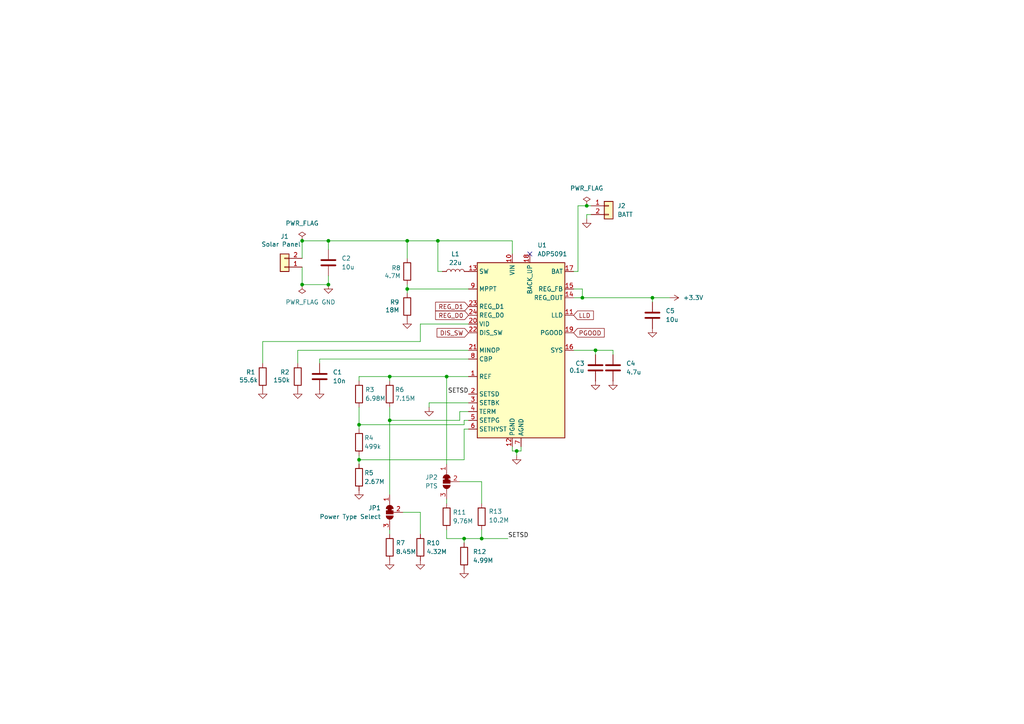
<source format=kicad_sch>
(kicad_sch (version 20231120) (generator "eeschema") (generator_version "8.0")
  (paper "A4")
  (lib_symbols
    (symbol "Battery_Management:ADP5091"
      (property "Reference" "U" (at -10.16 26.67 0))
      (property "Value" "ADP5091" (at 7.62 26.67 0))
      (symbol "ADP5091_0_1"
        (rectangle (start 12.7 25.4) (end -12.7 -25.4) (stroke (width 0.254)) (fill (type background)))
      )
      (symbol "ADP5091_1_1"
        (pin passive line (at -15.24 -7.62 0) (length 2.54) (name "REF") (number "1"))
        (pin power_in line (at -2.54 27.94 270) (length 2.54) (name "VIN") (number "10"))
        (pin output line (at 15.24 10.16 180) (length 2.54) (name "LLD") (number "11"))
        (pin power_in line (at -2.54 -27.94 90) (length 2.54) (name "PGND") (number "12"))
        (pin power_in line (at -15.24 22.86 0) (length 2.54) (name "SW") (number "13"))
        (pin power_out line (at 15.24 15.24 180) (length 2.54) (name "REG_OUT") (number "14"))
        (pin power_out line (at 15.24 17.78 180) (length 2.54) (name "REG_FB") (number "15"))
        (pin power_out line (at 15.24 0 180) (length 2.54) (name "SYS") (number "16"))
        (pin power_out line (at 15.24 22.86 180) (length 2.54) (name "BAT") (number "17"))
        (pin power_in line (at 2.54 27.94 270) (length 2.54) (name "BACK_UP") (number "18"))
        (pin output line (at 15.24 5.08 180) (length 2.54) (name "PGOOD") (number "19"))
        (pin passive line (at -15.24 -12.7 0) (length 2.54) (name "SETSD") (number "2"))
        (pin input line (at -15.24 7.62 0) (length 2.54) (name "VID") (number "20"))
        (pin passive line (at -15.24 0 0) (length 2.54) (name "MINOP") (number "21"))
        (pin input line (at -15.24 5.08 0) (length 2.54) (name "DIS_SW") (number "22"))
        (pin input line (at -15.24 12.7 0) (length 2.54) (name "REG_D1") (number "23"))
        (pin input line (at -15.24 10.16 0) (length 2.54) (name "REG_D0") (number "24"))
        (pin passive line (at 0 -27.94 90) (length 2.54) hide (name "AGND") (number "25"))
        (pin passive line (at -15.24 -15.24 0) (length 2.54) (name "SETBK") (number "3"))
        (pin passive line (at -15.24 -17.78 0) (length 2.54) (name "TERM") (number "4"))
        (pin passive line (at -15.24 -20.32 0) (length 2.54) (name "SETPG") (number "5"))
        (pin passive line (at -15.24 -22.86 0) (length 2.54) (name "SETHYST") (number "6"))
        (pin power_in line (at 0 -27.94 90) (length 2.54) (name "AGND") (number "7"))
        (pin passive line (at -15.24 -2.54 0) (length 2.54) (name "CBP") (number "8"))
        (pin input line (at -15.24 17.78 0) (length 2.54) (name "MPPT") (number "9"))
      )
    )
    (symbol "Connector_Generic:Conn_01x02" (pin_names (offset 1.016) hide)
      (property "Reference" "J" (at 0 2.54 0))
      (property "Value" "Conn_01x02" (at 0 -5.08 0))
      (symbol "Conn_01x02_1_1"
        (rectangle (start -1.27 -2.413) (end 0 -2.667) (stroke (width 0.1524)))
        (rectangle (start -1.27 0.127) (end 0 -0.127) (stroke (width 0.1524)))
        (rectangle (start -1.27 1.27) (end 1.27 -3.81) (stroke (width 0.254)) (fill (type background)))
        (pin passive line (at -5.08 0 0) (length 3.81) (name "Pin_1") (number "1"))
        (pin passive line (at -5.08 -2.54 0) (length 3.81) (name "Pin_2") (number "2"))
      )
    )
    (symbol "Device:C" (pin_numbers hide) (pin_names (offset 0.254))
      (property "Reference" "C" (at 0.635 2.54 0))
      (property "Value" "C" (at 0.635 -2.54 0))
      (symbol "C_0_1"
        (polyline (pts (xy -2.032 -0.762) (xy 2.032 -0.762)) (stroke (width 0.508)))
        (polyline (pts (xy -2.032 0.762) (xy 2.032 0.762)) (stroke (width 0.508)))
      )
      (symbol "C_1_1"
        (pin passive line (at 0 3.81 270) (length 2.794) (name "~") (number "1"))
        (pin passive line (at 0 -3.81 90) (length 2.794) (name "~") (number "2"))
      )
    )
    (symbol "Device:L" (pin_numbers hide) (pin_names (offset 1.016) hide)
      (property "Reference" "L" (at -1.27 0 90))
      (property "Value" "L" (at 1.905 0 90))
      (symbol "L_0_1"
        (arc (start 0 -2.54) (mid 0.6323 -1.905) (end 0 -1.27))
        (arc (start 0 -1.27) (mid 0.6323 -0.635) (end 0 0))
        (arc (start 0 0) (mid 0.6323 0.635) (end 0 1.27))
        (arc (start 0 1.27) (mid 0.6323 1.905) (end 0 2.54))
      )
      (symbol "L_1_1"
        (pin passive line (at 0 3.81 270) (length 1.27) (name "1") (number "1"))
        (pin passive line (at 0 -3.81 90) (length 1.27) (name "2") (number "2"))
      )
    )
    (symbol "Device:R" (pin_numbers hide) (pin_names (offset 0))
      (property "Reference" "R" (at 2.032 0 90))
      (property "Value" "R" (at 0 0 90))
      (symbol "R_0_1"
        (rectangle (start -1.016 -2.54) (end 1.016 2.54) (stroke (width 0.254)))
      )
      (symbol "R_1_1"
        (pin passive line (at 0 3.81 270) (length 1.27) (name "~") (number "1"))
        (pin passive line (at 0 -3.81 90) (length 1.27) (name "~") (number "2"))
      )
    )
    (symbol "Jumper:SolderJumper_3_Bridged12" (pin_names (offset 0) hide) (exclude_from_sim yes) (in_bom no)
      (property "Reference" "JP" (at -2.54 -2.54 0))
      (property "Value" "SolderJumper_3_Bridged12" (at 0 2.794 0))
      (symbol "SolderJumper_3_Bridged12_0_1"
        (rectangle (start -1.016 0.508) (end -0.508 -0.508) (fill (type outline)))
        (arc (start -1.016 1.016) (mid -2.0276 0) (end -1.016 -1.016))
        (arc (start -1.016 1.016) (mid -2.0276 0) (end -1.016 -1.016) (fill (type outline)))
        (rectangle (start -0.508 1.016) (end 0.508 -1.016) (fill (type outline)))
        (polyline (pts (xy -2.54 0) (xy -2.032 0)))
        (polyline (pts (xy -1.016 1.016) (xy -1.016 -1.016)))
        (polyline (pts (xy 0 -1.27) (xy 0 -1.016)))
        (polyline (pts (xy 1.016 1.016) (xy 1.016 -1.016)))
        (polyline (pts (xy 2.54 0) (xy 2.032 0)))
        (arc (start 1.016 -1.016) (mid 2.0276 0) (end 1.016 1.016))
        (arc (start 1.016 -1.016) (mid 2.0276 0) (end 1.016 1.016) (fill (type outline)))
      )
      (symbol "SolderJumper_3_Bridged12_1_1"
        (pin passive line (at -5.08 0 0) (length 2.54) (name "A") (number "1"))
        (pin passive line (at 0 -3.81 90) (length 2.54) (name "C") (number "2"))
        (pin passive line (at 5.08 0 180) (length 2.54) (name "B") (number "3"))
      )
    )
    (symbol "power:+3.3V" (power) (pin_numbers hide) (pin_names (offset 0) hide)
      (property "Value" "+3.3V" (at 0 3.556 0))
      (symbol "+3.3V_0_1"
        (polyline (pts (xy -0.762 1.27) (xy 0 2.54)))
        (polyline (pts (xy 0 0) (xy 0 2.54)))
        (polyline (pts (xy 0 2.54) (xy 0.762 1.27)))
      )
      (symbol "+3.3V_1_1"
        (pin power_in line (at 0 0 90) (length 0) (name "~") (number "1"))
      )
    )
    (symbol "power:GND" (power) (pin_numbers hide) (pin_names (offset 0) hide)
      (property "Value" "GND" (at 0 -3.81 0))
      (symbol "GND_0_1"
        (polyline (pts (xy 0 0) (xy 0 -1.27) (xy 1.27 -1.27) (xy 0 -2.54) (xy -1.27 -1.27) (xy 0 -1.27)))
      )
      (symbol "GND_1_1"
        (pin power_in line (at 0 0 270) (length 0) (name "~") (number "1"))
      )
    )
    (symbol "power:PWR_FLAG" (power) (pin_numbers hide) (pin_names (offset 0) hide)
      (property "Value" "PWR_FLAG" (at 0 3.81 0))
      (symbol "PWR_FLAG_0_0"
        (pin power_out line (at 0 0 90) (length 0) (name "~") (number "1"))
      )
      (symbol "PWR_FLAG_0_1"
        (polyline (pts (xy 0 0) (xy 0 1.27) (xy -1.016 1.905) (xy 0 2.54) (xy 1.016 1.905) (xy 0 1.27)))
      )
    )
  )
  (junction (at 134.62 156.21))
  (junction (at 172.72 101.6))
  (junction (at 113.03 121.92))
  (junction (at 168.91 86.36))
  (junction (at 118.11 69.85))
  (junction (at 104.14 123.19))
  (junction (at 118.11 83.82))
  (junction (at 129.54 109.22))
  (junction (at 104.14 133.35))
  (junction (at 95.25 69.85))
  (junction (at 87.63 82.55))
  (junction (at 87.63 69.85))
  (junction (at 170.18 59.69))
  (junction (at 149.86 130.81))
  (junction (at 139.7 156.21))
  (junction (at 95.25 82.55))
  (junction (at 189.23 86.36))
  (junction (at 127 69.85))
  (junction (at 113.03 109.22))
  (no_connect (at 153.67 73.66))
  (wire (pts (xy 121.92 93.98) (xy 121.92 99.06)))
  (wire (pts (xy 118.11 69.85) (xy 118.11 74.93)))
  (wire (pts (xy 133.35 139.7) (xy 139.7 139.7)))
  (wire (pts (xy 148.59 73.66) (xy 148.59 69.85)))
  (wire (pts (xy 177.8 101.6) (xy 177.8 102.87)))
  (wire (pts (xy 121.92 148.59) (xy 121.92 154.94)))
  (wire (pts (xy 127 69.85) (xy 148.59 69.85)))
  (wire (pts (xy 134.62 124.46) (xy 135.89 124.46)))
  (wire (pts (xy 139.7 156.21) (xy 139.7 153.67)))
  (wire (pts (xy 129.54 109.22) (xy 135.89 109.22)))
  (wire (pts (xy 134.62 156.21) (xy 139.7 156.21)))
  (wire (pts (xy 167.64 78.74) (xy 166.37 78.74)))
  (wire (pts (xy 113.03 109.22) (xy 113.03 110.49)))
  (wire (pts (xy 104.14 118.11) (xy 104.14 123.19)))
  (wire (pts (xy 92.71 104.14) (xy 92.71 105.41)))
  (wire (pts (xy 135.89 93.98) (xy 121.92 93.98)))
  (wire (pts (xy 76.2 99.06) (xy 76.2 105.41)))
  (wire (pts (xy 129.54 109.22) (xy 129.54 134.62)))
  (wire (pts (xy 172.72 101.6) (xy 172.72 102.87)))
  (wire (pts (xy 149.86 130.81) (xy 149.86 132.08)))
  (wire (pts (xy 118.11 69.85) (xy 127 69.85)))
  (wire (pts (xy 139.7 139.7) (xy 139.7 146.05)))
  (wire (pts (xy 76.2 99.06) (xy 121.92 99.06)))
  (wire (pts (xy 87.63 77.47) (xy 87.63 82.55)))
  (wire (pts (xy 168.91 83.82) (xy 168.91 86.36)))
  (wire (pts (xy 148.59 129.54) (xy 148.59 130.81)))
  (wire (pts (xy 124.46 116.84) (xy 135.89 116.84)))
  (wire (pts (xy 95.25 69.85) (xy 95.25 72.39)))
  (wire (pts (xy 134.62 123.19) (xy 104.14 123.19)))
  (wire (pts (xy 149.86 130.81) (xy 151.13 130.81)))
  (wire (pts (xy 86.36 101.6) (xy 135.89 101.6)))
  (wire (pts (xy 116.84 148.59) (xy 121.92 148.59)))
  (wire (pts (xy 128.27 78.74) (xy 127 78.74)))
  (wire (pts (xy 134.62 156.21) (xy 134.62 157.48)))
  (wire (pts (xy 189.23 86.36) (xy 194.31 86.36)))
  (wire (pts (xy 118.11 83.82) (xy 135.89 83.82)))
  (wire (pts (xy 133.35 119.38) (xy 133.35 121.92)))
  (wire (pts (xy 135.89 121.92) (xy 134.62 121.92)))
  (wire (pts (xy 118.11 83.82) (xy 118.11 85.09)))
  (wire (pts (xy 151.13 129.54) (xy 151.13 130.81)))
  (wire (pts (xy 104.14 133.35) (xy 104.14 132.08)))
  (wire (pts (xy 113.03 153.67) (xy 113.03 154.94)))
  (wire (pts (xy 167.64 59.69) (xy 170.18 59.69)))
  (wire (pts (xy 134.62 121.92) (xy 134.62 123.19)))
  (wire (pts (xy 113.03 109.22) (xy 129.54 109.22)))
  (wire (pts (xy 104.14 109.22) (xy 104.14 110.49)))
  (wire (pts (xy 104.14 123.19) (xy 104.14 124.46)))
  (wire (pts (xy 129.54 156.21) (xy 129.54 153.67)))
  (wire (pts (xy 166.37 83.82) (xy 168.91 83.82)))
  (wire (pts (xy 166.37 101.6) (xy 172.72 101.6)))
  (wire (pts (xy 167.64 59.69) (xy 167.64 78.74)))
  (wire (pts (xy 139.7 156.21) (xy 147.32 156.21)))
  (wire (pts (xy 170.18 62.23) (xy 170.18 63.5)))
  (wire (pts (xy 95.25 69.85) (xy 118.11 69.85)))
  (wire (pts (xy 113.03 118.11) (xy 113.03 121.92)))
  (wire (pts (xy 124.46 118.11) (xy 124.46 116.84)))
  (wire (pts (xy 129.54 156.21) (xy 134.62 156.21)))
  (wire (pts (xy 170.18 59.69) (xy 171.45 59.69)))
  (wire (pts (xy 92.71 104.14) (xy 135.89 104.14)))
  (wire (pts (xy 104.14 133.35) (xy 134.62 133.35)))
  (wire (pts (xy 86.36 105.41) (xy 86.36 101.6)))
  (wire (pts (xy 87.63 69.85) (xy 95.25 69.85)))
  (wire (pts (xy 166.37 86.36) (xy 168.91 86.36)))
  (wire (pts (xy 133.35 121.92) (xy 113.03 121.92)))
  (wire (pts (xy 113.03 121.92) (xy 113.03 143.51)))
  (wire (pts (xy 148.59 130.81) (xy 149.86 130.81)))
  (wire (pts (xy 135.89 119.38) (xy 133.35 119.38)))
  (wire (pts (xy 95.25 80.01) (xy 95.25 82.55)))
  (wire (pts (xy 118.11 83.82) (xy 118.11 82.55)))
  (wire (pts (xy 168.91 86.36) (xy 189.23 86.36)))
  (wire (pts (xy 87.63 74.93) (xy 87.63 69.85)))
  (wire (pts (xy 189.23 86.36) (xy 189.23 87.63)))
  (wire (pts (xy 171.45 62.23) (xy 170.18 62.23)))
  (wire (pts (xy 134.62 133.35) (xy 134.62 124.46)))
  (wire (pts (xy 87.63 82.55) (xy 95.25 82.55)))
  (wire (pts (xy 113.03 109.22) (xy 104.14 109.22)))
  (wire (pts (xy 104.14 133.35) (xy 104.14 134.62)))
  (wire (pts (xy 129.54 144.78) (xy 129.54 146.05)))
  (wire (pts (xy 172.72 101.6) (xy 177.8 101.6)))
  (wire (pts (xy 127 78.74) (xy 127 69.85)))
  (label "SETSD" (at 147.32 156.21 0))
  (label "SETSD" (at 135.89 114.3 180))
  (global_label "LLD" (shape input) (at 166.37 91.44 0) (property "Intersheetrefs" "${INTERSHEET_REFS}" (effects (hide yes))))
  (global_label "REG_D0" (shape input) (at 135.89 91.44 180) (property "Intersheetrefs" "${INTERSHEET_REFS}" (effects (hide yes))))
  (global_label "DIS_SW" (shape input) (at 135.89 96.52 180) (property "Intersheetrefs" "${INTERSHEET_REFS}" (effects (hide yes))))
  (global_label "PGOOD" (shape input) (at 166.37 96.52 0) (property "Intersheetrefs" "${INTERSHEET_REFS}" (effects (hide yes))))
  (global_label "REG_D1" (shape input) (at 135.89 88.9 180) (property "Intersheetrefs" "${INTERSHEET_REFS}" (effects (hide yes))))
  (symbol (lib_id "power:GND") (at 92.71 113.03 0) (unit 1)
    (property "Reference" "#PWR03" (effects (hide yes)))
    (property "Value" "GND" (effects (hide yes)))
    (property "Description" "Power symbol creates a global label with name \"GND\" , ground" (effects (hide yes)))
  )
  (symbol (lib_id "power:GND") (at 170.18 63.5 0) (unit 1)
    (property "Reference" "#PWR012" (effects (hide yes)))
    (property "Value" "GND" (effects (hide yes)))
    (property "Description" "Power symbol creates a global label with name \"GND\" , ground" (effects (hide yes)))
  )
  (symbol (lib_id "power:GND") (at 189.23 95.25 0) (unit 1)
    (property "Reference" "#PWR015" (effects (hide yes)))
    (property "Value" "GND" (effects (hide yes)))
    (property "Description" "Power symbol creates a global label with name \"GND\" , ground" (effects (hide yes)))
  )
  (symbol (lib_id "Device:C") (at 172.72 106.68 0) (unit 1)
    (property "Reference" "C3" (at 166.878 105.41 0) (effects (justify left)))
    (property "Value" "0.1u" (at 165.1 107.442 0) (effects (justify left)))
    (property "Footprint" "Capacitor_SMD:C_0603_1608Metric" (effects (hide yes)))
    (property "Description" "Unpolarized capacitor" (effects (hide yes)))
  )
  (symbol (lib_id "power:GND") (at 104.14 142.24 0) (unit 1)
    (property "Reference" "#PWR05" (effects (hide yes)))
    (property "Value" "GND" (effects (hide yes)))
    (property "Description" "Power symbol creates a global label with name \"GND\" , ground" (effects (hide yes)))
  )
  (symbol (lib_id "Jumper:SolderJumper_3_Bridged12") (at 129.54 139.7 90) (mirror x) (unit 1) (exclude_from_sim yes) (in_bom no)
    (property "Reference" "JP2" (at 127 138.4299 90) (effects (justify left)))
    (property "Value" "PTS" (at 127 140.9699 90) (effects (justify left)))
    (property "Footprint" "Jumper:SolderJumper-3_P1.3mm_Bridged12_Pad1.0x1.5mm" (effects (hide yes)))
    (property "Description" "3-pole Solder Jumper, pins 1+2 closed/bridged" (effects (hide yes)))
  )
  (symbol (lib_id "Jumper:SolderJumper_3_Bridged12") (at 113.03 148.59 90) (mirror x) (unit 1) (exclude_from_sim yes) (in_bom no)
    (property "Reference" "JP1" (at 110.49 147.3199 90) (effects (justify left)))
    (property "Value" "Power Type Select" (at 110.49 149.8599 90) (effects (justify left)))
    (property "Footprint" "Jumper:SolderJumper-3_P1.3mm_Bridged12_Pad1.0x1.5mm" (effects (hide yes)))
    (property "Description" "3-pole Solder Jumper, pins 1+2 closed/bridged" (effects (hide yes)))
  )
  (symbol (lib_id "power:GND") (at 172.72 110.49 0) (unit 1)
    (property "Reference" "#PWR013" (effects (hide yes)))
    (property "Value" "GND" (effects (hide yes)))
    (property "Description" "Power symbol creates a global label with name \"GND\" , ground" (effects (hide yes)))
  )
  (symbol (lib_id "Device:R") (at 86.36 109.22 180) (unit 1)
    (property "Reference" "R2" (at 81.28 107.95 0) (effects (justify right)))
    (property "Value" "150k" (at 79.248 110.236 0) (effects (justify right)))
    (property "Footprint" "Resistor_SMD:R_0603_1608Metric" (effects (hide yes)))
    (property "Description" "Resistor" (effects (hide yes)))
  )
  (symbol (lib_id "power:GND") (at 134.62 165.1 0) (unit 1)
    (property "Reference" "#PWR010" (effects (hide yes)))
    (property "Value" "GND" (effects (hide yes)))
    (property "Description" "Power symbol creates a global label with name \"GND\" , ground" (effects (hide yes)))
  )
  (symbol (lib_id "power:PWR_FLAG") (at 87.63 82.55 180) (unit 1)
    (property "Reference" "#FLG02" (effects (hide yes)))
    (property "Value" "PWR_FLAG" (at 87.63 87.63 0))
    (property "Description" "Special symbol for telling ERC where power comes from" (effects (hide yes)))
  )
  (symbol (lib_id "Battery_Management:ADP5091") (at 151.13 101.6 0) (unit 1)
    (property "Reference" "U1" (at 155.8641 71.12 0) (effects (justify left)))
    (property "Value" "ADP5091" (at 155.8641 73.66 0) (effects (justify left)))
    (property "Footprint" "Package_CSP:LFCSP-24-1EP_4x4mm_P0.5mm_EP2.3x2.3mm" (effects (hide yes)))
    (property "Datasheet" "https://www.analog.com/media/en/technical-documentation/data-sheets/ADP5091-5092.pdf" (effects (hide yes)))
    (property "Description" "Ultralow Power Energy Harvester PMUs with MPPT and Charge Management, LFCSP-24" (effects (hide yes)))
  )
  (symbol (lib_id "Device:R") (at 118.11 88.9 180) (unit 1)
    (property "Reference" "R9" (at 115.824 87.63 0) (effects (justify left)))
    (property "Value" "18M" (at 115.824 89.916 0) (effects (justify left)))
    (property "Footprint" "Resistor_SMD:R_0603_1608Metric" (effects (hide yes)))
    (property "Description" "Resistor" (effects (hide yes)))
  )
  (symbol (lib_id "power:GND") (at 177.8 110.49 0) (unit 1)
    (property "Reference" "#PWR014" (effects (hide yes)))
    (property "Value" "GND" (effects (hide yes)))
    (property "Description" "Power symbol creates a global label with name \"GND\" , ground" (effects (hide yes)))
  )
  (symbol (lib_id "power:GND") (at 118.11 92.71 0) (unit 1)
    (property "Reference" "#PWR07" (effects (hide yes)))
    (property "Value" "GND" (effects (hide yes)))
    (property "Description" "Power symbol creates a global label with name \"GND\" , ground" (effects (hide yes)))
  )
  (symbol (lib_id "power:GND") (at 86.36 113.03 0) (unit 1)
    (property "Reference" "#PWR02" (effects (hide yes)))
    (property "Value" "GND" (effects (hide yes)))
    (property "Description" "Power symbol creates a global label with name \"GND\" , ground" (effects (hide yes)))
  )
  (symbol (lib_id "Connector_Generic:Conn_01x02") (at 82.55 77.47 180) (unit 1)
    (property "Reference" "J1" (at 82.55 68.58 0))
    (property "Value" "Solar Panel" (at 81.534 70.866 0))
    (property "Footprint" "Connector_PinHeader_2.54mm:PinHeader_1x02_P2.54mm_Vertical" (effects (hide yes)))
    (property "Description" "Generic connector, single row, 01x02, script generated (kicad-library-utils/schlib/autogen/connector/)" (effects (hide yes)))
  )
  (symbol (lib_id "Device:R") (at 139.7 149.86 0) (unit 1)
    (property "Reference" "R13" (at 141.732 148.336 0) (effects (justify left)))
    (property "Value" "10.2M" (at 141.732 150.876 0) (effects (justify left)))
    (property "Footprint" "Resistor_SMD:R_0603_1608Metric" (effects (hide yes)))
    (property "Description" "Resistor" (effects (hide yes)))
  )
  (symbol (lib_id "Device:C") (at 95.25 76.2 0) (unit 1)
    (property "Reference" "C2" (at 99.06 74.9299 0) (effects (justify left)))
    (property "Value" "10u" (at 99.06 77.4699 0) (effects (justify left)))
    (property "Footprint" "Capacitor_SMD:C_0603_1608Metric" (effects (hide yes)))
    (property "Description" "Unpolarized capacitor" (effects (hide yes)))
  )
  (symbol (lib_id "Device:C") (at 177.8 106.68 0) (unit 1)
    (property "Reference" "C4" (at 181.61 105.4099 0) (effects (justify left)))
    (property "Value" "4.7u" (at 181.61 107.9499 0) (effects (justify left)))
    (property "Footprint" "Capacitor_SMD:C_0603_1608Metric" (effects (hide yes)))
    (property "Description" "Unpolarized capacitor" (effects (hide yes)))
  )
  (symbol (lib_id "Device:L") (at 132.08 78.74 90) (unit 1)
    (property "Reference" "L1" (at 132.08 73.66 90))
    (property "Value" "22u" (at 132.08 76.2 90))
    (property "Footprint" "Inductor_SMD:L_0603_1608Metric" (effects (hide yes)))
    (property "Description" "Inductor" (effects (hide yes)))
  )
  (symbol (lib_id "power:GND") (at 95.25 82.55 0) (unit 1)
    (property "Reference" "#PWR04" (effects (hide yes)))
    (property "Value" "GND" (at 95.25 87.63 0))
    (property "Description" "Power symbol creates a global label with name \"GND\" , ground" (effects (hide yes)))
  )
  (symbol (lib_id "Device:R") (at 118.11 78.74 0) (unit 1)
    (property "Reference" "R8" (at 113.538 77.724 0) (effects (justify left)))
    (property "Value" "4.7M" (at 111.506 80.01 0) (effects (justify left)))
    (property "Footprint" "Resistor_SMD:R_0603_1608Metric" (effects (hide yes)))
    (property "Description" "Resistor" (effects (hide yes)))
  )
  (symbol (lib_id "power:GND") (at 124.46 118.11 0) (unit 1)
    (property "Reference" "#PWR09" (effects (hide yes)))
    (property "Value" "GND" (effects (hide yes)))
    (property "Description" "Power symbol creates a global label with name \"GND\" , ground" (effects (hide yes)))
  )
  (symbol (lib_id "Device:R") (at 104.14 114.3 0) (unit 1)
    (property "Reference" "R3" (at 105.918 113.03 0) (effects (justify left)))
    (property "Value" "6.98M" (at 105.918 115.57 0) (effects (justify left)))
    (property "Footprint" "Resistor_SMD:R_0603_1608Metric" (effects (hide yes)))
    (property "Description" "Resistor" (effects (hide yes)))
  )
  (symbol (lib_id "power:GND") (at 76.2 113.03 0) (unit 1)
    (property "Reference" "#PWR01" (effects (hide yes)))
    (property "Value" "GND" (effects (hide yes)))
    (property "Description" "Power symbol creates a global label with name \"GND\" , ground" (effects (hide yes)))
  )
  (symbol (lib_id "Device:R") (at 134.62 161.29 0) (unit 1)
    (property "Reference" "R12" (at 137.16 160.0199 0) (effects (justify left)))
    (property "Value" "4.99M" (at 137.16 162.5599 0) (effects (justify left)))
    (property "Footprint" "Resistor_SMD:R_0603_1608Metric" (effects (hide yes)))
    (property "Description" "Resistor" (effects (hide yes)))
  )
  (symbol (lib_id "power:GND") (at 113.03 162.56 0) (unit 1)
    (property "Reference" "#PWR06" (effects (hide yes)))
    (property "Value" "GND" (effects (hide yes)))
    (property "Description" "Power symbol creates a global label with name \"GND\" , ground" (effects (hide yes)))
  )
  (symbol (lib_id "Connector_Generic:Conn_01x02") (at 176.53 59.69 0) (unit 1)
    (property "Reference" "J2" (at 179.07 59.6899 0) (effects (justify left)))
    (property "Value" "BATT" (at 179.07 62.2299 0) (effects (justify left)))
    (property "Footprint" "Connector_PinHeader_2.54mm:PinHeader_1x02_P2.54mm_Vertical" (effects (hide yes)))
    (property "Description" "Generic connector, single row, 01x02, script generated (kicad-library-utils/schlib/autogen/connector/)" (effects (hide yes)))
  )
  (symbol (lib_id "power:GND") (at 121.92 162.56 0) (unit 1)
    (property "Reference" "#PWR08" (effects (hide yes)))
    (property "Value" "GND" (effects (hide yes)))
    (property "Description" "Power symbol creates a global label with name \"GND\" , ground" (effects (hide yes)))
  )
  (symbol (lib_id "Device:R") (at 104.14 138.43 0) (unit 1)
    (property "Reference" "R5" (at 105.664 137.16 0) (effects (justify left)))
    (property "Value" "2.67M" (at 105.664 139.7 0) (effects (justify left)))
    (property "Footprint" "Resistor_SMD:R_0603_1608Metric" (effects (hide yes)))
    (property "Description" "Resistor" (effects (hide yes)))
  )
  (symbol (lib_id "power:PWR_FLAG") (at 87.63 69.85 0) (unit 1)
    (property "Reference" "#FLG01" (effects (hide yes)))
    (property "Value" "PWR_FLAG" (at 87.63 64.77 0))
    (property "Description" "Special symbol for telling ERC where power comes from" (effects (hide yes)))
  )
  (symbol (lib_id "power:PWR_FLAG") (at 170.18 59.69 0) (unit 1)
    (property "Reference" "#FLG03" (effects (hide yes)))
    (property "Value" "PWR_FLAG" (at 170.18 54.61 0))
    (property "Description" "Special symbol for telling ERC where power comes from" (effects (hide yes)))
  )
  (symbol (lib_id "Device:R") (at 113.03 114.3 0) (unit 1)
    (property "Reference" "R6" (at 114.554 113.03 0) (effects (justify left)))
    (property "Value" "7.15M" (at 114.554 115.57 0) (effects (justify left)))
    (property "Footprint" "Resistor_SMD:R_0603_1608Metric" (effects (hide yes)))
    (property "Description" "Resistor" (effects (hide yes)))
  )
  (symbol (lib_id "Device:C") (at 189.23 91.44 0) (unit 1)
    (property "Reference" "C5" (at 193.04 90.1699 0) (effects (justify left)))
    (property "Value" "10u" (at 193.04 92.7099 0) (effects (justify left)))
    (property "Footprint" "Capacitor_SMD:C_0603_1608Metric" (effects (hide yes)))
    (property "Description" "Unpolarized capacitor" (effects (hide yes)))
  )
  (symbol (lib_id "Device:R") (at 113.03 158.75 0) (unit 1)
    (property "Reference" "R7" (at 114.808 157.48 0) (effects (justify left)))
    (property "Value" "8.45M" (at 114.808 160.02 0) (effects (justify left)))
    (property "Footprint" "Resistor_SMD:R_0603_1608Metric" (effects (hide yes)))
    (property "Description" "Resistor" (effects (hide yes)))
  )
  (symbol (lib_id "power:+3.3V") (at 194.31 86.36 270) (unit 1)
    (property "Reference" "#PWR016" (effects (hide yes)))
    (property "Value" "+3.3V" (at 198.12 86.3599 90) (effects (justify left)))
    (property "Description" "Power symbol creates a global label with name \"+3.3V\"" (effects (hide yes)))
  )
  (symbol (lib_id "Device:R") (at 76.2 109.22 0) (unit 1)
    (property "Reference" "R1" (at 71.374 107.95 0) (effects (justify left)))
    (property "Value" "55.6k" (at 69.342 110.236 0) (effects (justify left)))
    (property "Footprint" "Resistor_SMD:R_0603_1608Metric" (effects (hide yes)))
    (property "Description" "Resistor" (effects (hide yes)))
  )
  (symbol (lib_id "Device:R") (at 129.54 149.86 0) (unit 1)
    (property "Reference" "R11" (at 131.318 148.59 0) (effects (justify left)))
    (property "Value" "9.76M" (at 131.318 151.13 0) (effects (justify left)))
    (property "Footprint" "Resistor_SMD:R_0603_1608Metric" (effects (hide yes)))
    (property "Description" "Resistor" (effects (hide yes)))
  )
  (symbol (lib_id "Device:R") (at 121.92 158.75 0) (unit 1)
    (property "Reference" "R10" (at 123.698 157.48 0) (effects (justify left)))
    (property "Value" "4.32M" (at 123.698 160.02 0) (effects (justify left)))
    (property "Footprint" "Resistor_SMD:R_0603_1608Metric" (effects (hide yes)))
    (property "Description" "Resistor" (effects (hide yes)))
  )
  (symbol (lib_id "Device:C") (at 92.71 109.22 0) (unit 1)
    (property "Reference" "C1" (at 96.52 107.9499 0) (effects (justify left)))
    (property "Value" "10n" (at 96.52 110.4899 0) (effects (justify left)))
    (property "Footprint" "Capacitor_SMD:C_0603_1608Metric" (effects (hide yes)))
    (property "Description" "Unpolarized capacitor" (effects (hide yes)))
  )
  (symbol (lib_id "power:GND") (at 149.86 132.08 0) (unit 1)
    (property "Reference" "#PWR011" (effects (hide yes)))
    (property "Value" "GND" (effects (hide yes)))
    (property "Description" "Power symbol creates a global label with name \"GND\" , ground" (effects (hide yes)))
  )
  (symbol (lib_id "Device:R") (at 104.14 128.27 0) (unit 1)
    (property "Reference" "R4" (at 105.664 127 0) (effects (justify left)))
    (property "Value" "499k" (at 105.664 129.54 0) (effects (justify left)))
    (property "Footprint" "Resistor_SMD:R_0603_1608Metric" (effects (hide yes)))
    (property "Description" "Resistor" (effects (hide yes)))
  )
)
</source>
